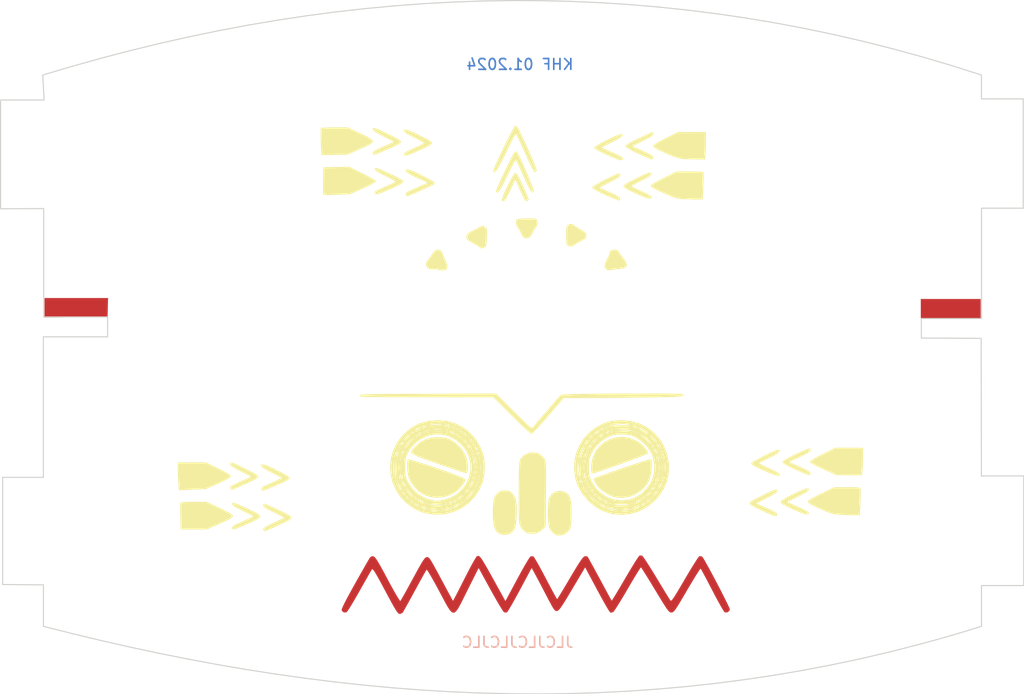
<source format=kicad_pcb>
(kicad_pcb (version 20221018) (generator pcbnew)
  (layers (0 "F.Cu" signal) (31 "B.Cu" signal) (34 "B.Paste" user) (35 "F.Paste" user) (36 "B.SilkS" user "B.Silkscreen") (37 "F.SilkS" user "F.Silkscreen") (38 "B.Mask" user) (39 "F.Mask" user) (44 "Edge.Cuts" user))
  (net 0 "")
  (footprint "LOGO" (layer "F.Cu") (at 64.7391 50.8763)
    (fp_text reference "G***" hide)
    (fp_text value "LOGO" hide)
  )
  (footprint "LOGO" (layer "F.Cu") (at 64.7391 50.8763)
    (fp_text reference "G***" hide)
    (fp_text value "LOGO" hide)
  )
  (footprint "LOGO" (layer "F.Cu") (at 64.7391 50.8763)
    (fp_text reference "G***" hide)
    (fp_text value "LOGO" hide)
  )
  (footprint "LOGO" (layer "F.Cu") (at 64.7391 50.8763)
    (fp_text reference "G***" hide)
    (fp_text value "LOGO" hide)
  )
  (footprint "LOGO" (layer "F.Cu") (at 64.7391 50.8763)
    (fp_text reference "G***" hide)
    (fp_text value "LOGO" hide)
    (fp_poly (pts (xy 44.196 7.958667) (xy 38.692667 7.958667) (xy 38.692667 6.180667) (xy 44.196 6.180667) (xy 44.196 7.958667)) (stroke (width 0.01)) (fill solid) (layer "F.Cu"))
    (fp_poly (pts (xy -36.255538 6.963833) (xy -36.279667 7.831667) (xy -42.079333 7.876223) (xy -42.079333 6.096) (xy -36.23141 6.096) (xy -36.255538 6.963833)) (stroke (width 0.01)) (fill solid) (layer "F.Cu"))
    (fp_poly (pts (xy 12.997132 29.857022) (xy 13.073175 29.940158) (xy 13.222645 30.149647) (xy 13.432882 30.466025) (xy 13.691221 30.869829) (xy 13.985003 31.341594) (xy 14.301563 31.861858) (xy 14.303572 31.865198) (xy 14.620932 32.391399) (xy 14.914398 32.875494) (xy 15.1713 33.296778) (xy 15.378967 33.634549) (xy 15.524728 33.868102) (xy 15.595375 33.976016) (xy 15.635566 34.008145) (xy 15.688887 33.996169) (xy 15.765118 33.925866) (xy 15.874041 33.783018) (xy 16.025437 33.553403) (xy 16.229087 33.222802) (xy 16.494771 32.776994) (xy 16.832271 32.20176) (xy 16.925091 32.042784) (xy 17.243156 31.50342) (xy 17.539078 31.012466) (xy 17.800864 30.588964) (xy 18.016525 30.251956) (xy 18.17407 30.020483) (xy 18.261508 29.913588) (xy 18.268664 29.909126) (xy 18.443576 29.908935) (xy 18.531038 29.945764) (xy 18.60341 30.040791) (xy 18.739629 30.264785) (xy 18.927898 30.595215) (xy 19.156419 31.00955) (xy 19.413396 31.485259) (xy 19.68703 31.999811) (xy 19.965524 32.530675) (xy 20.237081 33.05532) (xy 20.489903 33.551215) (xy 20.712192 33.995829) (xy 20.892152 34.366631) (xy 21.017984 34.64109) (xy 21.077891 34.796675) (xy 21.081248 34.816188) (xy 21.009584 34.973618) (xy 20.840882 35.079913) (xy 20.647201 35.092896) (xy 20.622212 35.084873) (xy 20.548917 34.998428) (xy 20.411061 34.78124) (xy 20.220289 34.453784) (xy 19.988244 34.036535) (xy 19.726573 33.549967) (xy 19.467684 33.05484) (xy 19.192322 32.524055) (xy 18.940645 32.044315) (xy 18.723464 31.635799) (xy 18.551594 31.318688) (xy 18.435848 31.11316) (xy 18.387866 31.039727) (xy 18.331777 31.100348) (xy 18.202571 31.289568) (xy 18.011584 31.589213) (xy 17.770152 31.981112) (xy 17.48961 32.447092) (xy 17.181294 32.968982) (xy 17.134558 33.048898) (xy 16.782233 33.650571) (xy 16.503197 34.121437) (xy 16.28624 34.477434) (xy 16.120153 34.734498) (xy 15.993726 34.908567) (xy 15.895747 35.015577) (xy 15.815008 35.071464) (xy 15.740298 35.092167) (xy 15.695796 35.094333) (xy 15.619846 35.086352) (xy 15.543303 35.051991) (xy 15.454918 34.975624) (xy 15.343439 34.841624) (xy 15.197615 34.634364) (xy 15.006193 34.338218) (xy 14.757923 33.937559) (xy 14.441554 33.41676) (xy 14.202248 33.02) (xy 13.87922 32.486608) (xy 13.582836 32.002769) (xy 13.324658 31.586917) (xy 13.11625 31.257485) (xy 12.969173 31.032906) (xy 12.89499 30.931616) (xy 12.889915 30.927774) (xy 12.832892 30.993409) (xy 12.703379 31.187629) (xy 12.512757 31.491915) (xy 12.272408 31.887747) (xy 11.99371 32.356607) (xy 11.688045 32.879976) (xy 11.652703 32.94105) (xy 11.339706 33.476032) (xy 11.047047 33.964166) (xy 10.787167 34.385647) (xy 10.572509 34.720668) (xy 10.415513 34.949422) (xy 10.328622 35.052103) (xy 10.325337 35.054139) (xy 10.147359 35.103087) (xy 10.0603 35.093009) (xy 9.992497 35.009611) (xy 9.857428 34.795911) (xy 9.66643 34.47159) (xy 9.430837 34.056329) (xy 9.161988 33.569811) (xy 8.871216 33.031719) (xy 8.847667 32.987631) (xy 7.747 30.925303) (xy 6.558929 32.925152) (xy 6.199703 33.527005) (xy 5.913907 33.997808) (xy 5.690571 34.35331) (xy 5.518728 34.609263) (xy 5.38741 34.781418) (xy 5.285648 34.885526) (xy 5.202475 34.937337) (xy 5.148197 34.951073) (xy 5.065967 34.951432) (xy 4.98823 34.918661) (xy 4.901534 34.833241) (xy 4.792425 34.675652) (xy 4.64745 34.426374) (xy 4.453156 34.065888) (xy 4.19609 33.574673) (xy 4.185374 33.554073) (xy 3.926688 33.058217) (xy 3.670362 32.569566) (xy 3.436146 32.125585) (xy 3.243793 31.763734) (xy 3.130964 31.554229) (xy 2.816715 30.977458) (xy 1.729119 33.012541) (xy 1.438528 33.550214) (xy 1.168774 34.037841) (xy 0.931329 34.455592) (xy 0.737663 34.783634) (xy 0.599251 35.002136) (xy 0.527563 35.091267) (xy 0.526295 35.091842) (xy 0.359511 35.092472) (xy 0.265308 35.058052) (xy 0.187128 34.965337) (xy 0.041022 34.743732) (xy -0.160866 34.413552) (xy -0.406391 33.995113) (xy -0.683407 33.50873) (xy -0.975921 32.981743) (xy -2.071393 30.983441) (xy -3.110364 33.060054) (xy -3.459545 33.763666) (xy -3.740504 34.3208) (xy -3.969523 34.73172) (xy -4.162884 34.996689) (xy -4.336869 35.115972) (xy -4.50776 35.089832) (xy -4.691837 34.918533) (xy -4.905382 34.602338) (xy -5.164678 34.141511) (xy -5.486005 33.536316) (xy -5.716286 33.102257) (xy -6.003094 32.5715) (xy -6.266093 32.097136) (xy -6.494501 31.697626) (xy -6.677536 31.391434) (xy -6.804417 31.197023) (xy -6.864364 31.132853) (xy -6.865815 31.133757) (xy -6.921949 31.223435) (xy -7.046918 31.441523) (xy -7.229231 31.767362) (xy -7.457401 32.180295) (xy -7.719936 32.659661) (xy -7.961932 33.104667) (xy -8.246131 33.626998) (xy -8.507088 34.102947) (xy -8.733004 34.511287) (xy -8.91208 34.830789) (xy -9.032515 35.040228) (xy -9.079675 35.1155) (xy -9.226879 35.200861) (xy -9.356148 35.221333) (xy -9.422593 35.203316) (xy -9.501556 35.138958) (xy -9.602677 35.012796) (xy -9.7356 34.809368) (xy -9.909966 34.513213) (xy -10.135419 34.108868) (xy -10.421601 33.580871) (xy -10.678111 33.101514) (xy -11.011199 32.479476) (xy -11.275345 31.993418) (xy -11.479549 31.628992) (xy -11.632813 31.371849) (xy -11.744136 31.207641) (xy -11.822519 31.122018) (xy -11.876964 31.100633) (xy -11.91587 31.128311) (xy -11.985647 31.24061) (xy -12.125225 31.478935) (xy -12.322053 31.821353) (xy -12.563581 32.245932) (xy -12.837257 32.730738) (xy -13.060039 33.127779) (xy -13.350507 33.639987) (xy -13.620979 34.104137) (xy -13.858611 34.499201) (xy -14.050561 34.804146) (xy -14.183985 34.997943) (xy -14.239033 35.058345) (xy -14.455429 35.096849) (xy -14.63195 34.989831) (xy -14.691723 34.876188) (xy -14.67205 34.760076) (xy -14.575141 34.522826) (xy -14.398571 34.159624) (xy -14.139917 33.66566) (xy -13.796756 33.036121) (xy -13.466831 32.444245) (xy -13.145043 31.872701) (xy -12.84566 31.343772) (xy -12.579847 30.876966) (xy -12.358769 30.491788) (xy -12.193592 30.207745) (xy -12.095481 30.044345) (xy -12.077725 30.017417) (xy -11.919539 29.905338) (xy -11.760674 29.916614) (xy -11.683077 29.961381) (xy -11.584125 30.06835) (xy -11.454677 30.252426) (xy -11.285595 30.528519) (xy -11.067738 30.911535) (xy -10.791968 31.416382) (xy -10.457336 32.042535) (xy -10.157792 32.599512) (xy -9.886895 33.08902) (xy -9.654376 33.494485) (xy -9.469967 33.799337) (xy -9.343399 33.987002) (xy -9.284402 34.040908) (xy -9.284076 34.040609) (xy -9.225484 33.949051) (xy -9.098054 33.728723) (xy -8.913153 33.399992) (xy -8.682146 32.983223) (xy -8.416398 32.498784) (xy -8.140074 31.990673) (xy -7.81312 31.38976) (xy -7.554223 30.922151) (xy -7.352665 30.571261) (xy -7.197726 30.320501) (xy -7.078686 30.153283) (xy -6.984826 30.053019) (xy -6.905427 30.003123) (xy -6.846186 29.988445) (xy -6.775518 29.988108) (xy -6.705786 30.015297) (xy -6.626298 30.08635) (xy -6.52636 30.217605) (xy -6.395276 30.425403) (xy -6.222354 30.72608) (xy -5.9969 31.135976) (xy -5.708219 31.671429) (xy -5.543909 31.978112) (xy -5.258224 32.511201) (xy -4.999014 32.993608) (xy -4.776885 33.405701) (xy -4.602442 33.727844) (xy -4.48629 33.940404) (xy -4.439036 34.023746) (xy -4.438822 34.024013) (xy -4.395695 33.959641) (xy -4.287335 33.762737) (xy -4.123729 33.452476) (xy -3.914867 33.048032) (xy -3.670737 32.568581) (xy -3.401328 32.033298) (xy -3.389534 32.00973) (xy -3.113772 31.466464) (xy -2.85605 30.973611) (xy -2.627607 30.551497) (xy -2.43968 30.220446) (xy -2.303507 30.000783) (xy -2.230326 29.912834) (xy -2.230094 29.912742) (xy -2.164571 29.888524) (xy -2.104395 29.878032) (xy -2.04191 29.893064) (xy -1.96946 29.945418) (xy -1.879388 30.046891) (xy -1.764038 30.20928) (xy -1.615755 30.444384) (xy -1.426882 30.764) (xy -1.189762 31.179926) (xy -0.89674 31.70396) (xy -0.54016 32.347898) (xy -0.112365 33.123539) (xy 0.07954 33.47174) (xy 0.398513 34.05048) (xy 1.488555 32.01082) (xy 1.78042 31.472284) (xy 2.052893 30.983861) (xy 2.294283 30.565383) (xy 2.492898 30.236686) (xy 2.637047 30.017603) (xy 2.715039 29.927967) (xy 2.716704 29.927327) (xy 2.905755 29.913816) (xy 2.972572 29.9298) (xy 3.042137 30.014773) (xy 3.177035 30.230052) (xy 3.365608 30.555122) (xy 3.596201 30.969472) (xy 3.857157 31.452587) (xy 4.104256 31.921387) (xy 4.378614 32.444563) (xy 4.628206 32.914409) (xy 4.842255 33.311133) (xy 5.009987 33.614944) (xy 5.120627 33.80605) (xy 5.162589 33.865326) (xy 5.215493 33.79496) (xy 5.34202 33.597274) (xy 5.530578 33.291279) (xy 5.769577 32.895984) (xy 6.047426 32.4304) (xy 6.35 31.917851) (xy 6.724688 31.2857) (xy 7.026768 30.789967) (xy 7.264516 30.418303) (xy 7.446206 30.158357) (xy 7.580116 29.997783) (xy 7.674521 29.924229) (xy 7.689699 29.918791) (xy 7.869889 29.905332) (xy 7.959326 29.940099) (xy 8.017435 30.031997) (xy 8.143837 30.252948) (xy 8.327257 30.582531) (xy 8.556418 31.000324) (xy 8.820043 31.485909) (xy 9.09393 31.994748) (xy 9.377804 32.523215) (xy 9.635578 33.00107) (xy 9.856453 33.408455) (xy 10.029627 33.725511) (xy 10.144301 33.932379) (xy 10.189445 34.009) (xy 10.238885 33.947666) (xy 10.361825 33.75767) (xy 10.547275 33.457095) (xy 10.784244 33.064026) (xy 11.061742 32.59655) (xy 11.368776 32.07275) (xy 11.428151 31.970751) (xy 11.743884 31.433155) (xy 12.037031 30.944235) (xy 12.295668 30.523072) (xy 12.507876 30.188746) (xy 12.661731 29.960336) (xy 12.745313 29.856922) (xy 12.751176 29.853322) (xy 12.933212 29.840758) (xy 12.997132 29.857022)) (stroke (width 0.01)) (fill solid) (layer "F.Cu"))
  )
  (footprint "LOGO" (layer "F.Cu") (at 64.7391 50.8763)
    (fp_text reference "G***" hide)
    (fp_text value "LOGO" hide)
  )
  (gr_line (start 100.8091 89.5463) (end 98.0791 90.1893) (stroke (width 0.1)) (layer "Edge.Cuts"))
  (gr_line (start 109.0111 73.3763) (end 112.9051 73.3763) (stroke (width 0.1)) (layer "Edge.Cuts"))
  (gr_line (start 95.3511 90.7713) (end 92.6261 91.2933) (stroke (width 0.1)) (layer "Edge.Cuts"))
  (gr_line (start 87.1841 92.1633) (end 84.4661 92.5133) (stroke (width 0.1)) (layer "Edge.Cuts"))
  (gr_line (start 109.0141 36.3966) (end 109.0141 38.5965) (stroke (width 0.1)) (layer "Edge.Cuts"))
  (gr_line (start 30.598 34.1299) (end 33.302 33.4717) (stroke (width 0.1)) (layer "Edge.Cuts"))
  (gr_line (start 92.6261 91.2933) (end 89.9041 91.7573) (stroke (width 0.1)) (layer "Edge.Cuts"))
  (gr_line (start 103.4751 60.6573) (end 108.9881 60.6803) (stroke (width 0.1)) (layer "Edge.Cuts"))
  (gr_line (start 103.6061 34.7346) (end 106.3101 35.536) (stroke (width 0.1)) (layer "Edge.Cuts"))
  (gr_line (start 84.6781 30.751) (end 87.3821 31.1484) (stroke (width 0.1)) (layer "Edge.Cuts"))
  (gr_line (start 106.3101 35.536) (end 109.0141 36.3966) (stroke (width 0.1)) (layer "Edge.Cuts"))
  (gr_line (start 52.2301 30.2655) (end 54.9342 30.0119) (stroke (width 0.1)) (layer "Edge.Cuts"))
  (gr_line (start 62.8117 93.3973) (end 60.1148 93.2833) (stroke (width 0.1)) (layer "Edge.Cuts"))
  (gr_line (start 41.2914 91.2353) (end 38.6097 90.7763) (stroke (width 0.1)) (layer "Edge.Cuts"))
  (gr_line (start 22.5537 83.4223) (end 18.7944 83.3893) (stroke (width 0.1)) (layer "Edge.Cuts"))
  (gr_line (start 57.4199 93.1223) (end 54.727 92.9163) (stroke (width 0.1)) (layer "Edge.Cuts"))
  (gr_line (start 28.4669 60.5423) (end 28.4669 58.7163) (stroke (width 0.1)) (layer "Edge.Cuts"))
  (gr_line (start 54.727 92.9163) (end 52.0362 92.6653) (stroke (width 0.1)) (layer "Edge.Cuts"))
  (gr_line (start 25.2258 87.9223) (end 22.5537 87.2463) (stroke (width 0.1)) (layer "Edge.Cuts"))
  (gr_line (start 87.3821 31.1484) (end 90.0861 31.6024) (stroke (width 0.1)) (layer "Edge.Cuts"))
  (gr_line (start 109.0201 58.8573) (end 103.4751 58.8573) (stroke (width 0.1)) (layer "Edge.Cuts"))
  (gr_line (start 18.6 38.7) (end 22.6185 38.7) (stroke (width 0.1)) (layer "Edge.Cuts"))
  (gr_line (start 92.7901 32.1134) (end 95.4941 32.6818) (stroke (width 0.1)) (layer "Edge.Cuts"))
  (gr_line (start 46.8221 30.9277) (end 49.5261 30.5708) (stroke (width 0.1)) (layer "Edge.Cuts"))
  (gr_line (start 112.8641 48.6793) (end 109.0201 48.6793) (stroke (width 0.1)) (layer "Edge.Cuts"))
  (gr_line (start 81.7511 92.8083) (end 79.0391 93.0473) (stroke (width 0.1)) (layer "Edge.Cuts"))
  (gr_line (start 49.5261 30.5708) (end 52.2301 30.2655) (stroke (width 0.1)) (layer "Edge.Cuts"))
  (gr_line (start 57.6382 29.8107) (end 60.3422 29.662) (stroke (width 0.1)) (layer "Edge.Cuts"))
  (gr_line (start 103.5421 88.8423) (end 100.8091 89.5463) (stroke (width 0.1)) (layer "Edge.Cuts"))
  (gr_line (start 109.0161 87.2463) (end 107.6471 87.6693) (stroke (width 0.1)) (layer "Edge.Cuts"))
  (gr_line (start 60.1148 93.2833) (end 57.4199 93.1223) (stroke (width 0.1)) (layer "Edge.Cuts"))
  (gr_line (start 63.0462 29.5663) (end 65.7501 29.5239) (stroke (width 0.1)) (layer "Edge.Cuts"))
  (gr_line (start 25.19 35.5927) (end 27.894 34.837) (stroke (width 0.1)) (layer "Edge.Cuts"))
  (gr_line (start 90.0861 31.6024) (end 92.7901 32.1134) (stroke (width 0.1)) (layer "Edge.Cuts"))
  (gr_line (start 109.0161 83.4873) (end 109.0161 87.2463) (stroke (width 0.1)) (layer "Edge.Cuts"))
  (gr_line (start 33.302 33.4717) (end 36.006 32.8629) (stroke (width 0.1)) (layer "Edge.Cuts"))
  (gr_line (start 98.0791 90.1893) (end 95.3511 90.7713) (stroke (width 0.1)) (layer "Edge.Cuts"))
  (gr_line (start 109.0141 38.5965) (end 112.8641 38.5965) (stroke (width 0.1)) (layer "Edge.Cuts"))
  (gr_line (start 100.9021 33.992) (end 103.6061 34.7346) (stroke (width 0.1)) (layer "Edge.Cuts"))
  (gr_line (start 43.9749 91.6543) (end 41.2914 91.2353) (stroke (width 0.1)) (layer "Edge.Cuts"))
  (gr_line (start 95.4941 32.6818) (end 98.1981 33.3078) (stroke (width 0.1)) (layer "Edge.Cuts"))
  (gr_line (start 22.5776 58.7163) (end 22.5776 48.7139) (stroke (width 0.1)) (layer "Edge.Cuts"))
  (gr_line (start 79.0391 93.0473) (end 76.3291 93.2343) (stroke (width 0.1)) (layer "Edge.Cuts"))
  (gr_line (start 60.3422 29.662) (end 63.0462 29.5663) (stroke (width 0.1)) (layer "Edge.Cuts"))
  (gr_line (start 46.6601 92.0333) (end 43.9749 91.6543) (stroke (width 0.1)) (layer "Edge.Cuts"))
  (gr_line (start 73.8621 29.7203) (end 76.5661 29.8949) (stroke (width 0.1)) (layer "Edge.Cuts"))
  (gr_line (start 28.4669 58.7163) (end 22.5776 58.7163) (stroke (width 0.1)) (layer "Edge.Cuts"))
  (gr_line (start 109.0201 48.6793) (end 109.0201 58.8573) (stroke (width 0.1)) (layer "Edge.Cuts"))
  (gr_line (start 108.9881 60.6803) (end 109.0111 73.3763) (stroke (width 0.1)) (layer "Edge.Cuts"))
  (gr_line (start 30.5746 89.1713) (end 27.8995 88.5643) (stroke (width 0.1)) (layer "Edge.Cuts"))
  (gr_line (start 68.4541 29.5352) (end 71.1581 29.6005) (stroke (width 0.1)) (layer "Edge.Cuts"))
  (gr_line (start 22.4859 36.3966) (end 22.4859 36.3966) (stroke (width 0.1)) (layer "Edge.Cuts"))
  (gr_line (start 35.9297 90.2783) (end 33.2513 89.7433) (stroke (width 0.1)) (layer "Edge.Cuts"))
  (gr_line (start 70.9151 93.4503) (end 68.2121 93.4813) (stroke (width 0.1)) (layer "Edge.Cuts"))
  (gr_line (start 73.6211 93.3673) (end 70.9151 93.4503) (stroke (width 0.1)) (layer "Edge.Cuts"))
  (gr_line (start 18.7944 73.5053) (end 22.5465 73.5053) (stroke (width 0.1)) (layer "Edge.Cuts"))
  (gr_line (start 49.3472 92.3703) (end 46.6601 92.0333) (stroke (width 0.1)) (layer "Edge.Cuts"))
  (gr_line (start 103.4751 58.8573) (end 103.4751 60.6573) (stroke (width 0.1)) (layer "Edge.Cuts"))
  (gr_line (start 54.9342 30.0119) (end 57.6382 29.8107) (stroke (width 0.1)) (layer "Edge.Cuts"))
  (gr_line (start 22.6185 38.7) (end 22.4859 36.3966) (stroke (width 0.1)) (layer "Edge.Cuts"))
  (gr_line (start 22.5465 73.5053) (end 22.5465 60.5423) (stroke (width 0.1)) (layer "Edge.Cuts"))
  (gr_line (start 22.5537 87.2463) (end 22.5537 83.4223) (stroke (width 0.1)) (layer "Edge.Cuts"))
  (gr_line (start 27.894 34.837) (end 30.598 34.1299) (stroke (width 0.1)) (layer "Edge.Cuts"))
  (gr_line (start 38.6097 90.7763) (end 35.9297 90.2783) (stroke (width 0.1)) (layer "Edge.Cuts"))
  (gr_line (start 22.5465 60.5423) (end 28.4669 60.5423) (stroke (width 0.1)) (layer "Edge.Cuts"))
  (gr_line (start 112.8641 38.5965) (end 112.8641 48.6793) (stroke (width 0.1)) (layer "Edge.Cuts"))
  (gr_line (start 65.7501 29.5239) (end 68.4541 29.5352) (stroke (width 0.1)) (layer "Edge.Cuts"))
  (gr_line (start 52.0362 92.6653) (end 49.3472 92.3703) (stroke (width 0.1)) (layer "Edge.Cuts"))
  (gr_line (start 36.006 32.8629) (end 38.71 32.3037) (stroke (width 0.1)) (layer "Edge.Cuts"))
  (gr_line (start 79.2701 30.1246) (end 81.9741 30.4099) (stroke (width 0.1)) (layer "Edge.Cuts"))
  (gr_line (start 44.1181 31.3357) (end 46.8221 30.9277) (stroke (width 0.1)) (layer "Edge.Cuts"))
  (gr_line (start 27.8995 88.5643) (end 25.2258 87.9223) (stroke (width 0.1)) (layer "Edge.Cuts"))
  (gr_line (start 81.9741 30.4099) (end 84.6781 30.751) (stroke (width 0.1)) (layer "Edge.Cuts"))
  (gr_line (start 65.5111 93.4633) (end 62.8117 93.3973) (stroke (width 0.1)) (layer "Edge.Cuts"))
  (gr_line (start 98.1981 33.3078) (end 100.9021 33.992) (stroke (width 0.1)) (layer "Edge.Cuts"))
  (gr_line (start 71.1581 29.6005) (end 73.8621 29.7203) (stroke (width 0.1)) (layer "Edge.Cuts"))
  (gr_line (start 112.9051 83.4873) (end 109.0161 83.4873) (stroke (width 0.1)) (layer "Edge.Cuts"))
  (gr_line (start 112.9051 73.3763) (end 112.9051 83.4873) (stroke (width 0.1)) (layer "Edge.Cuts"))
  (gr_line (start 76.5661 29.8949) (end 79.2701 30.1246) (stroke (width 0.1)) (layer "Edge.Cuts"))
  (gr_line (start 18.6 48.7301) (end 18.6 38.7) (stroke (width 0.1)) (layer "Edge.Cuts"))
  (gr_line (start 68.2121 93.4813) (end 65.5111 93.4633) (stroke (width 0.1)) (layer "Edge.Cuts"))
  (gr_line (start 18.7944 83.3893) (end 18.7944 73.5053) (stroke (width 0.1)) (layer "Edge.Cuts"))
  (gr_line (start 104.9091 88.4673) (end 103.5421 88.8423) (stroke (width 0.1)) (layer "Edge.Cuts"))
  (gr_line (start 22.4859 36.3966) (end 25.19 35.5927) (stroke (width 0.1)) (layer "Edge.Cuts"))
  (gr_line (start 22.5776 48.7139) (end 18.6 48.7301) (stroke (width 0.1)) (layer "Edge.Cuts"))
  (gr_line (start 107.6471 87.6693) (end 106.2781 88.0763) (stroke (width 0.1)) (layer "Edge.Cuts"))
  (gr_line (start 106.2781 88.0763) (end 104.9091 88.4673) (stroke (width 0.1)) (layer "Edge.Cuts"))
  (gr_line (start 38.71 32.3037) (end 41.4141 31.7945) (stroke (width 0.1)) (layer "Edge.Cuts"))
  (gr_line (start 84.4661 92.5133) (end 81.7511 92.8083) (stroke (width 0.1)) (layer "Edge.Cuts"))
  (gr_line (start 33.2513 89.7433) (end 30.5746 89.1713) (stroke (width 0.1)) (layer "Edge.Cuts"))
  (gr_line (start 41.4141 31.7945) (end 44.1181 31.3357) (stroke (width 0.1)) (layer "Edge.Cuts"))
  (gr_line (start 89.9041 91.7573) (end 87.1841 92.1633) (stroke (width 0.1)) (layer "Edge.Cuts"))
  (gr_line (start 76.3291 93.2343) (end 73.6211 93.3673) (stroke (width 0.1)) (layer "Edge.Cuts"))
  (gr_text "KHF 01.2024" (at 71.5 36) (layer "B.Cu") (effects (font (size 1 1)) (justify left bottom mirror)))
  (gr_text "JLCJLCJLCJLC" (at 71.5 89.3) (layer "B.SilkS") (effects (font (size 1 1)) (justify left bottom mirror)))
)
</source>
